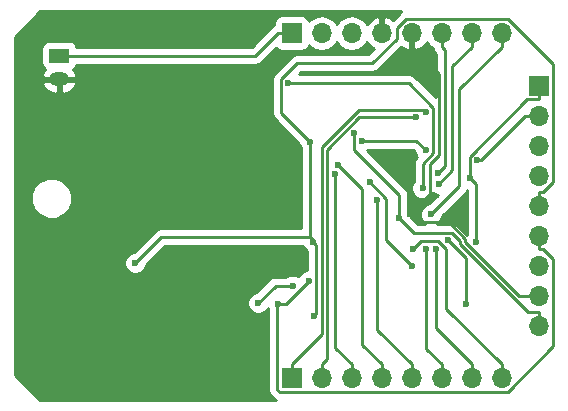
<source format=gbl>
G04 #@! TF.FileFunction,Copper,L2,Bot,Signal*
%FSLAX46Y46*%
G04 Gerber Fmt 4.6, Leading zero omitted, Abs format (unit mm)*
G04 Created by KiCad (PCBNEW 4.0.7-e2-6376~58~ubuntu17.04.1) date Wed Oct  4 11:26:47 2017*
%MOMM*%
%LPD*%
G01*
G04 APERTURE LIST*
%ADD10C,0.100000*%
%ADD11R,1.700000X1.700000*%
%ADD12O,1.700000X1.700000*%
%ADD13R,1.700000X1.200000*%
%ADD14O,1.700000X1.200000*%
%ADD15C,0.600000*%
%ADD16C,0.250000*%
%ADD17C,0.254000*%
G04 APERTURE END LIST*
D10*
D11*
X170180000Y-109220000D03*
D12*
X172720000Y-109220000D03*
X175260000Y-109220000D03*
X177800000Y-109220000D03*
X180340000Y-109220000D03*
X182880000Y-109220000D03*
X185420000Y-109220000D03*
X187960000Y-109220000D03*
D11*
X170180000Y-80010000D03*
D12*
X172720000Y-80010000D03*
X175260000Y-80010000D03*
X177800000Y-80010000D03*
X180340000Y-80010000D03*
X182880000Y-80010000D03*
X185420000Y-80010000D03*
X187960000Y-80010000D03*
D13*
X150495000Y-81915000D03*
D14*
X150495000Y-83915000D03*
D11*
X191135000Y-84455000D03*
D12*
X191135000Y-86995000D03*
X191135000Y-89535000D03*
X191135000Y-92075000D03*
X191135000Y-94615000D03*
X191135000Y-97155000D03*
X191135000Y-99695000D03*
X191135000Y-102235000D03*
X191135000Y-104775000D03*
D15*
X180240100Y-95339800D03*
X181260300Y-93140600D03*
X169907100Y-84241800D03*
X185269900Y-92298800D03*
X185795000Y-97700300D03*
X181549800Y-86682300D03*
X180739900Y-87151400D03*
X173866300Y-91975800D03*
X174142900Y-91153800D03*
X177414100Y-94124200D03*
X181562600Y-98262500D03*
X182368500Y-98296400D03*
X182537600Y-91850600D03*
X182651700Y-92767100D03*
X185907200Y-90747200D03*
X171764000Y-89251300D03*
X171998300Y-97699400D03*
X156938800Y-99479100D03*
X172104900Y-103953300D03*
X170256600Y-101389000D03*
X167342700Y-102861500D03*
X169048000Y-102949900D03*
X171638900Y-100977800D03*
X180356400Y-99708600D03*
X176777600Y-92591700D03*
X184938000Y-102981700D03*
X183454900Y-97554800D03*
X180449300Y-98285500D03*
X181978700Y-95366100D03*
X176096800Y-89115500D03*
X181523900Y-89910000D03*
X179305000Y-95656000D03*
X175469100Y-88490200D03*
D16*
X180340000Y-80010000D02*
X180340000Y-81185300D01*
X181912300Y-93667600D02*
X180240100Y-95339800D01*
X181912300Y-91080300D02*
X181912300Y-93667600D01*
X182637700Y-90354900D02*
X181912300Y-91080300D01*
X182637700Y-83483000D02*
X182637700Y-90354900D01*
X180340000Y-81185300D02*
X182637700Y-83483000D01*
X189445400Y-102235000D02*
X191135000Y-102235000D01*
X184895100Y-97684700D02*
X189445400Y-102235000D01*
X184895100Y-97411300D02*
X184895100Y-97684700D01*
X183512600Y-96028800D02*
X184895100Y-97411300D01*
X180929100Y-96028800D02*
X183512600Y-96028800D01*
X180240100Y-95339800D02*
X180929100Y-96028800D01*
X181260300Y-91095400D02*
X181260300Y-93140600D01*
X182187400Y-90168300D02*
X181260300Y-91095400D01*
X182187400Y-86329800D02*
X182187400Y-90168300D01*
X180099400Y-84241800D02*
X182187400Y-86329800D01*
X169907100Y-84241800D02*
X180099400Y-84241800D01*
X191135000Y-84455000D02*
X191135000Y-85630300D01*
X185269900Y-90467000D02*
X185269900Y-92298800D01*
X190106600Y-85630300D02*
X185269900Y-90467000D01*
X191135000Y-85630300D02*
X190106600Y-85630300D01*
X185795000Y-92823900D02*
X185795000Y-97700300D01*
X185269900Y-92298800D02*
X185795000Y-92823900D01*
X167099700Y-81915000D02*
X169004700Y-80010000D01*
X150495000Y-81915000D02*
X167099700Y-81915000D01*
X170180000Y-80010000D02*
X169004700Y-80010000D01*
X172743600Y-105481100D02*
X170180000Y-108044700D01*
X172743600Y-89691200D02*
X172743600Y-105481100D01*
X175917000Y-86517800D02*
X172743600Y-89691200D01*
X181385300Y-86517800D02*
X175917000Y-86517800D01*
X181549800Y-86682300D02*
X181385300Y-86517800D01*
X170180000Y-109220000D02*
X170180000Y-108044700D01*
X173194100Y-107570600D02*
X172720000Y-108044700D01*
X173194100Y-89879200D02*
X173194100Y-107570600D01*
X175921900Y-87151400D02*
X173194100Y-89879200D01*
X180739900Y-87151400D02*
X175921900Y-87151400D01*
X172720000Y-109220000D02*
X172720000Y-108044700D01*
X175260000Y-109220000D02*
X175260000Y-108044700D01*
X173866300Y-106651000D02*
X173866300Y-91975800D01*
X175260000Y-108044700D02*
X173866300Y-106651000D01*
X177800000Y-109220000D02*
X177800000Y-108044700D01*
X176174400Y-93185300D02*
X174142900Y-91153800D01*
X176174400Y-106419100D02*
X176174400Y-93185300D01*
X177800000Y-108044700D02*
X176174400Y-106419100D01*
X180340000Y-109220000D02*
X180340000Y-108044700D01*
X177414100Y-105118800D02*
X177414100Y-94124200D01*
X180340000Y-108044700D02*
X177414100Y-105118800D01*
X182880000Y-109220000D02*
X182880000Y-108044700D01*
X181562600Y-106727300D02*
X181562600Y-98262500D01*
X182880000Y-108044700D02*
X181562600Y-106727300D01*
X182368500Y-104993200D02*
X182368500Y-98296400D01*
X185420000Y-108044700D02*
X182368500Y-104993200D01*
X185420000Y-109220000D02*
X185420000Y-108044700D01*
X182880000Y-80010000D02*
X182880000Y-81185300D01*
X183132700Y-91255500D02*
X182537600Y-91850600D01*
X183132700Y-81438000D02*
X183132700Y-91255500D01*
X182880000Y-81185300D02*
X183132700Y-81438000D01*
X185420000Y-80010000D02*
X185420000Y-81185300D01*
X183780600Y-82824700D02*
X185420000Y-81185300D01*
X183780600Y-91638200D02*
X183780600Y-82824700D01*
X182651700Y-92767100D02*
X183780600Y-91638200D01*
X191135000Y-86995000D02*
X189959700Y-86995000D01*
X186207500Y-90747200D02*
X185907200Y-90747200D01*
X189959700Y-86995000D02*
X186207500Y-90747200D01*
X191135000Y-94615000D02*
X191135000Y-93439700D01*
X169271000Y-86758300D02*
X171764000Y-89251300D01*
X169271000Y-83916700D02*
X169271000Y-86758300D01*
X170629500Y-82558200D02*
X169271000Y-83916700D01*
X176985700Y-82558200D02*
X170629500Y-82558200D01*
X179070000Y-80473900D02*
X176985700Y-82558200D01*
X179070000Y-79608700D02*
X179070000Y-80473900D01*
X179867100Y-78811600D02*
X179070000Y-79608700D01*
X188474800Y-78811600D02*
X179867100Y-78811600D01*
X192310400Y-82647200D02*
X188474800Y-78811600D01*
X192310400Y-92631600D02*
X192310400Y-82647200D01*
X191502300Y-93439700D02*
X192310400Y-92631600D01*
X191135000Y-93439700D02*
X191502300Y-93439700D01*
X171764000Y-89251300D02*
X171764000Y-97290000D01*
X159127900Y-97290000D02*
X156938800Y-99479100D01*
X171764000Y-97290000D02*
X159127900Y-97290000D01*
X171998300Y-97524300D02*
X171998300Y-97699400D01*
X171764000Y-97290000D02*
X171998300Y-97524300D01*
X172264300Y-103793900D02*
X172104900Y-103953300D01*
X172264300Y-97965400D02*
X172264300Y-103793900D01*
X171998300Y-97699400D02*
X172264300Y-97965400D01*
X168815200Y-101389000D02*
X170256600Y-101389000D01*
X167342700Y-102861500D02*
X168815200Y-101389000D01*
X191135000Y-97155000D02*
X191135000Y-98330300D01*
X168976600Y-103021300D02*
X169048000Y-102949900D01*
X168976600Y-110193300D02*
X168976600Y-103021300D01*
X169178700Y-110395400D02*
X168976600Y-110193300D01*
X188461500Y-110395400D02*
X169178700Y-110395400D01*
X192348000Y-106508900D02*
X188461500Y-110395400D01*
X192348000Y-99176000D02*
X192348000Y-106508900D01*
X191502300Y-98330300D02*
X192348000Y-99176000D01*
X191135000Y-98330300D02*
X191502300Y-98330300D01*
X169666800Y-102949900D02*
X171638900Y-100977800D01*
X169048000Y-102949900D02*
X169666800Y-102949900D01*
X178200300Y-94014400D02*
X176777600Y-92591700D01*
X178200300Y-97552500D02*
X178200300Y-94014400D01*
X180356400Y-99708600D02*
X178200300Y-97552500D01*
X184938000Y-99037900D02*
X183454900Y-97554800D01*
X184938000Y-102981700D02*
X184938000Y-99037900D01*
X187960000Y-109220000D02*
X187960000Y-108044700D01*
X181103300Y-97631500D02*
X180449300Y-98285500D01*
X182598400Y-97631500D02*
X181103300Y-97631500D01*
X183245400Y-98278500D02*
X182598400Y-97631500D01*
X183245400Y-103330100D02*
X183245400Y-98278500D01*
X187960000Y-108044700D02*
X183245400Y-103330100D01*
X187960000Y-80010000D02*
X187960000Y-81185300D01*
X184374000Y-92970800D02*
X181978700Y-95366100D01*
X184374000Y-84771300D02*
X184374000Y-92970800D01*
X187960000Y-81185300D02*
X184374000Y-84771300D01*
X180729400Y-89115500D02*
X176096800Y-89115500D01*
X181523900Y-89910000D02*
X180729400Y-89115500D01*
X191135000Y-104775000D02*
X191135000Y-103599700D01*
X190173200Y-103599700D02*
X191135000Y-103599700D01*
X184444800Y-97871300D02*
X190173200Y-103599700D01*
X184444800Y-97598000D02*
X184444800Y-97871300D01*
X183776300Y-96929500D02*
X184444800Y-97598000D01*
X180578500Y-96929500D02*
X183776300Y-96929500D01*
X179305000Y-95656000D02*
X180578500Y-96929500D01*
X175469100Y-89891600D02*
X175469100Y-88490200D01*
X179305000Y-93727500D02*
X175469100Y-89891600D01*
X179305000Y-95656000D02*
X179305000Y-93727500D01*
D17*
G36*
X179329699Y-78274199D02*
X178723160Y-78880738D01*
X178566924Y-78738355D01*
X178156890Y-78568524D01*
X177927000Y-78689845D01*
X177927000Y-79883000D01*
X177947000Y-79883000D01*
X177947000Y-80137000D01*
X177927000Y-80137000D01*
X177927000Y-80157000D01*
X177673000Y-80157000D01*
X177673000Y-80137000D01*
X177653000Y-80137000D01*
X177653000Y-79883000D01*
X177673000Y-79883000D01*
X177673000Y-78689845D01*
X177443110Y-78568524D01*
X177033076Y-78738355D01*
X176604817Y-79128642D01*
X176537702Y-79271553D01*
X176310054Y-78930853D01*
X175828285Y-78608946D01*
X175260000Y-78495907D01*
X174691715Y-78608946D01*
X174209946Y-78930853D01*
X173990000Y-79260026D01*
X173770054Y-78930853D01*
X173288285Y-78608946D01*
X172720000Y-78495907D01*
X172151715Y-78608946D01*
X171669946Y-78930853D01*
X171642150Y-78972452D01*
X171633162Y-78924683D01*
X171494090Y-78708559D01*
X171281890Y-78563569D01*
X171030000Y-78512560D01*
X169330000Y-78512560D01*
X169094683Y-78556838D01*
X168878559Y-78695910D01*
X168733569Y-78908110D01*
X168682560Y-79160000D01*
X168682560Y-79328767D01*
X168467299Y-79472599D01*
X166784898Y-81155000D01*
X151962334Y-81155000D01*
X151948162Y-81079683D01*
X151809090Y-80863559D01*
X151596890Y-80718569D01*
X151345000Y-80667560D01*
X149645000Y-80667560D01*
X149409683Y-80711838D01*
X149193559Y-80850910D01*
X149048569Y-81063110D01*
X148997560Y-81315000D01*
X148997560Y-82515000D01*
X149041838Y-82750317D01*
X149180910Y-82966441D01*
X149333309Y-83070571D01*
X149313067Y-83085875D01*
X149066714Y-83505624D01*
X149051538Y-83597391D01*
X149176269Y-83788000D01*
X150368000Y-83788000D01*
X150368000Y-83768000D01*
X150622000Y-83768000D01*
X150622000Y-83788000D01*
X151813731Y-83788000D01*
X151938462Y-83597391D01*
X151923286Y-83505624D01*
X151676933Y-83085875D01*
X151655580Y-83069731D01*
X151796441Y-82979090D01*
X151941431Y-82766890D01*
X151960039Y-82675000D01*
X167099700Y-82675000D01*
X167390539Y-82617148D01*
X167637101Y-82452401D01*
X168831514Y-81257988D01*
X168865910Y-81311441D01*
X169078110Y-81456431D01*
X169330000Y-81507440D01*
X171030000Y-81507440D01*
X171265317Y-81463162D01*
X171481441Y-81324090D01*
X171626431Y-81111890D01*
X171640086Y-81044459D01*
X171669946Y-81089147D01*
X172151715Y-81411054D01*
X172720000Y-81524093D01*
X173288285Y-81411054D01*
X173770054Y-81089147D01*
X173990000Y-80759974D01*
X174209946Y-81089147D01*
X174691715Y-81411054D01*
X175260000Y-81524093D01*
X175828285Y-81411054D01*
X176310054Y-81089147D01*
X176537702Y-80748447D01*
X176604817Y-80891358D01*
X177033076Y-81281645D01*
X177142239Y-81326859D01*
X176670898Y-81798200D01*
X170629500Y-81798200D01*
X170338661Y-81856052D01*
X170092099Y-82020799D01*
X168733599Y-83379299D01*
X168568852Y-83625861D01*
X168511000Y-83916700D01*
X168511000Y-86758300D01*
X168568852Y-87049139D01*
X168733599Y-87295701D01*
X170828878Y-89390980D01*
X170828838Y-89436467D01*
X170970883Y-89780243D01*
X171004000Y-89813418D01*
X171004000Y-96530000D01*
X159127900Y-96530000D01*
X158837061Y-96587852D01*
X158590499Y-96752599D01*
X156799120Y-98543978D01*
X156753633Y-98543938D01*
X156409857Y-98685983D01*
X156146608Y-98948773D01*
X156003962Y-99292301D01*
X156003638Y-99664267D01*
X156145683Y-100008043D01*
X156408473Y-100271292D01*
X156752001Y-100413938D01*
X157123967Y-100414262D01*
X157467743Y-100272217D01*
X157730992Y-100009427D01*
X157873638Y-99665899D01*
X157873679Y-99619023D01*
X159442702Y-98050000D01*
X171131493Y-98050000D01*
X171205183Y-98228343D01*
X171467973Y-98491592D01*
X171504300Y-98506676D01*
X171504300Y-100042682D01*
X171453733Y-100042638D01*
X171109957Y-100184683D01*
X170846708Y-100447473D01*
X170785026Y-100596019D01*
X170443399Y-100454162D01*
X170071433Y-100453838D01*
X169727657Y-100595883D01*
X169694482Y-100629000D01*
X168815200Y-100629000D01*
X168572614Y-100677254D01*
X168524360Y-100686852D01*
X168277799Y-100851599D01*
X167203020Y-101926378D01*
X167157533Y-101926338D01*
X166813757Y-102068383D01*
X166550508Y-102331173D01*
X166407862Y-102674701D01*
X166407538Y-103046667D01*
X166549583Y-103390443D01*
X166812373Y-103653692D01*
X167155901Y-103796338D01*
X167527867Y-103796662D01*
X167871643Y-103654617D01*
X168134892Y-103391827D01*
X168177014Y-103290386D01*
X168216600Y-103386191D01*
X168216600Y-110193300D01*
X168274452Y-110484139D01*
X168439199Y-110730701D01*
X168641299Y-110932801D01*
X168816700Y-111050000D01*
X148884091Y-111050000D01*
X146760000Y-108925908D01*
X146760000Y-94323599D01*
X148124699Y-94323599D01*
X148388281Y-94961515D01*
X148875918Y-95450004D01*
X149513373Y-95714699D01*
X150203599Y-95715301D01*
X150841515Y-95451719D01*
X151330004Y-94964082D01*
X151594699Y-94326627D01*
X151595301Y-93636401D01*
X151331719Y-92998485D01*
X150844082Y-92509996D01*
X150206627Y-92245301D01*
X149516401Y-92244699D01*
X148878485Y-92508281D01*
X148389996Y-92995918D01*
X148125301Y-93633373D01*
X148124699Y-94323599D01*
X146760000Y-94323599D01*
X146760000Y-84232609D01*
X149051538Y-84232609D01*
X149066714Y-84324376D01*
X149313067Y-84744125D01*
X149701299Y-85037647D01*
X150172304Y-85160256D01*
X150368000Y-84997547D01*
X150368000Y-84042000D01*
X150622000Y-84042000D01*
X150622000Y-84997547D01*
X150817696Y-85160256D01*
X151288701Y-85037647D01*
X151676933Y-84744125D01*
X151923286Y-84324376D01*
X151938462Y-84232609D01*
X151813731Y-84042000D01*
X150622000Y-84042000D01*
X150368000Y-84042000D01*
X149176269Y-84042000D01*
X149051538Y-84232609D01*
X146760000Y-84232609D01*
X146760000Y-80304092D01*
X148884091Y-78180000D01*
X179470678Y-78180000D01*
X179329699Y-78274199D01*
X179329699Y-78274199D01*
G37*
X179329699Y-78274199D02*
X178723160Y-78880738D01*
X178566924Y-78738355D01*
X178156890Y-78568524D01*
X177927000Y-78689845D01*
X177927000Y-79883000D01*
X177947000Y-79883000D01*
X177947000Y-80137000D01*
X177927000Y-80137000D01*
X177927000Y-80157000D01*
X177673000Y-80157000D01*
X177673000Y-80137000D01*
X177653000Y-80137000D01*
X177653000Y-79883000D01*
X177673000Y-79883000D01*
X177673000Y-78689845D01*
X177443110Y-78568524D01*
X177033076Y-78738355D01*
X176604817Y-79128642D01*
X176537702Y-79271553D01*
X176310054Y-78930853D01*
X175828285Y-78608946D01*
X175260000Y-78495907D01*
X174691715Y-78608946D01*
X174209946Y-78930853D01*
X173990000Y-79260026D01*
X173770054Y-78930853D01*
X173288285Y-78608946D01*
X172720000Y-78495907D01*
X172151715Y-78608946D01*
X171669946Y-78930853D01*
X171642150Y-78972452D01*
X171633162Y-78924683D01*
X171494090Y-78708559D01*
X171281890Y-78563569D01*
X171030000Y-78512560D01*
X169330000Y-78512560D01*
X169094683Y-78556838D01*
X168878559Y-78695910D01*
X168733569Y-78908110D01*
X168682560Y-79160000D01*
X168682560Y-79328767D01*
X168467299Y-79472599D01*
X166784898Y-81155000D01*
X151962334Y-81155000D01*
X151948162Y-81079683D01*
X151809090Y-80863559D01*
X151596890Y-80718569D01*
X151345000Y-80667560D01*
X149645000Y-80667560D01*
X149409683Y-80711838D01*
X149193559Y-80850910D01*
X149048569Y-81063110D01*
X148997560Y-81315000D01*
X148997560Y-82515000D01*
X149041838Y-82750317D01*
X149180910Y-82966441D01*
X149333309Y-83070571D01*
X149313067Y-83085875D01*
X149066714Y-83505624D01*
X149051538Y-83597391D01*
X149176269Y-83788000D01*
X150368000Y-83788000D01*
X150368000Y-83768000D01*
X150622000Y-83768000D01*
X150622000Y-83788000D01*
X151813731Y-83788000D01*
X151938462Y-83597391D01*
X151923286Y-83505624D01*
X151676933Y-83085875D01*
X151655580Y-83069731D01*
X151796441Y-82979090D01*
X151941431Y-82766890D01*
X151960039Y-82675000D01*
X167099700Y-82675000D01*
X167390539Y-82617148D01*
X167637101Y-82452401D01*
X168831514Y-81257988D01*
X168865910Y-81311441D01*
X169078110Y-81456431D01*
X169330000Y-81507440D01*
X171030000Y-81507440D01*
X171265317Y-81463162D01*
X171481441Y-81324090D01*
X171626431Y-81111890D01*
X171640086Y-81044459D01*
X171669946Y-81089147D01*
X172151715Y-81411054D01*
X172720000Y-81524093D01*
X173288285Y-81411054D01*
X173770054Y-81089147D01*
X173990000Y-80759974D01*
X174209946Y-81089147D01*
X174691715Y-81411054D01*
X175260000Y-81524093D01*
X175828285Y-81411054D01*
X176310054Y-81089147D01*
X176537702Y-80748447D01*
X176604817Y-80891358D01*
X177033076Y-81281645D01*
X177142239Y-81326859D01*
X176670898Y-81798200D01*
X170629500Y-81798200D01*
X170338661Y-81856052D01*
X170092099Y-82020799D01*
X168733599Y-83379299D01*
X168568852Y-83625861D01*
X168511000Y-83916700D01*
X168511000Y-86758300D01*
X168568852Y-87049139D01*
X168733599Y-87295701D01*
X170828878Y-89390980D01*
X170828838Y-89436467D01*
X170970883Y-89780243D01*
X171004000Y-89813418D01*
X171004000Y-96530000D01*
X159127900Y-96530000D01*
X158837061Y-96587852D01*
X158590499Y-96752599D01*
X156799120Y-98543978D01*
X156753633Y-98543938D01*
X156409857Y-98685983D01*
X156146608Y-98948773D01*
X156003962Y-99292301D01*
X156003638Y-99664267D01*
X156145683Y-100008043D01*
X156408473Y-100271292D01*
X156752001Y-100413938D01*
X157123967Y-100414262D01*
X157467743Y-100272217D01*
X157730992Y-100009427D01*
X157873638Y-99665899D01*
X157873679Y-99619023D01*
X159442702Y-98050000D01*
X171131493Y-98050000D01*
X171205183Y-98228343D01*
X171467973Y-98491592D01*
X171504300Y-98506676D01*
X171504300Y-100042682D01*
X171453733Y-100042638D01*
X171109957Y-100184683D01*
X170846708Y-100447473D01*
X170785026Y-100596019D01*
X170443399Y-100454162D01*
X170071433Y-100453838D01*
X169727657Y-100595883D01*
X169694482Y-100629000D01*
X168815200Y-100629000D01*
X168572614Y-100677254D01*
X168524360Y-100686852D01*
X168277799Y-100851599D01*
X167203020Y-101926378D01*
X167157533Y-101926338D01*
X166813757Y-102068383D01*
X166550508Y-102331173D01*
X166407862Y-102674701D01*
X166407538Y-103046667D01*
X166549583Y-103390443D01*
X166812373Y-103653692D01*
X167155901Y-103796338D01*
X167527867Y-103796662D01*
X167871643Y-103654617D01*
X168134892Y-103391827D01*
X168177014Y-103290386D01*
X168216600Y-103386191D01*
X168216600Y-110193300D01*
X168274452Y-110484139D01*
X168439199Y-110730701D01*
X168641299Y-110932801D01*
X168816700Y-111050000D01*
X148884091Y-111050000D01*
X146760000Y-108925908D01*
X146760000Y-94323599D01*
X148124699Y-94323599D01*
X148388281Y-94961515D01*
X148875918Y-95450004D01*
X149513373Y-95714699D01*
X150203599Y-95715301D01*
X150841515Y-95451719D01*
X151330004Y-94964082D01*
X151594699Y-94326627D01*
X151595301Y-93636401D01*
X151331719Y-92998485D01*
X150844082Y-92509996D01*
X150206627Y-92245301D01*
X149516401Y-92244699D01*
X148878485Y-92508281D01*
X148389996Y-92995918D01*
X148125301Y-93633373D01*
X148124699Y-94323599D01*
X146760000Y-94323599D01*
X146760000Y-84232609D01*
X149051538Y-84232609D01*
X149066714Y-84324376D01*
X149313067Y-84744125D01*
X149701299Y-85037647D01*
X150172304Y-85160256D01*
X150368000Y-84997547D01*
X150368000Y-84042000D01*
X150622000Y-84042000D01*
X150622000Y-84997547D01*
X150817696Y-85160256D01*
X151288701Y-85037647D01*
X151676933Y-84744125D01*
X151923286Y-84324376D01*
X151938462Y-84232609D01*
X151813731Y-84042000D01*
X150622000Y-84042000D01*
X150368000Y-84042000D01*
X149176269Y-84042000D01*
X149051538Y-84232609D01*
X146760000Y-84232609D01*
X146760000Y-80304092D01*
X148884091Y-78180000D01*
X179470678Y-78180000D01*
X179329699Y-78274199D01*
G36*
X191262000Y-102108000D02*
X191282000Y-102108000D01*
X191282000Y-102362000D01*
X191262000Y-102362000D01*
X191262000Y-102382000D01*
X191008000Y-102382000D01*
X191008000Y-102362000D01*
X190988000Y-102362000D01*
X190988000Y-102108000D01*
X191008000Y-102108000D01*
X191008000Y-102088000D01*
X191262000Y-102088000D01*
X191262000Y-102108000D01*
X191262000Y-102108000D01*
G37*
X191262000Y-102108000D02*
X191282000Y-102108000D01*
X191282000Y-102362000D01*
X191262000Y-102362000D01*
X191262000Y-102382000D01*
X191008000Y-102382000D01*
X191008000Y-102362000D01*
X190988000Y-102362000D01*
X190988000Y-102108000D01*
X191008000Y-102108000D01*
X191008000Y-102088000D01*
X191262000Y-102088000D01*
X191262000Y-102108000D01*
G36*
X185035000Y-97137837D02*
X185034286Y-97138550D01*
X184982201Y-97060599D01*
X184313701Y-96392099D01*
X184067139Y-96227352D01*
X183776300Y-96169500D01*
X182482756Y-96169500D01*
X182507643Y-96159217D01*
X182770892Y-95896427D01*
X182913538Y-95552899D01*
X182913579Y-95506023D01*
X184911401Y-93508201D01*
X185035000Y-93323222D01*
X185035000Y-97137837D01*
X185035000Y-97137837D01*
G37*
X185035000Y-97137837D02*
X185034286Y-97138550D01*
X184982201Y-97060599D01*
X184313701Y-96392099D01*
X184067139Y-96227352D01*
X183776300Y-96169500D01*
X182482756Y-96169500D01*
X182507643Y-96159217D01*
X182770892Y-95896427D01*
X182913538Y-95552899D01*
X182913579Y-95506023D01*
X184911401Y-93508201D01*
X185035000Y-93323222D01*
X185035000Y-97137837D01*
G36*
X180588778Y-90049680D02*
X180588738Y-90095167D01*
X180730783Y-90438943D01*
X180786320Y-90494578D01*
X180722899Y-90557999D01*
X180558152Y-90804561D01*
X180500300Y-91095400D01*
X180500300Y-92578137D01*
X180468108Y-92610273D01*
X180325462Y-92953801D01*
X180325138Y-93325767D01*
X180467183Y-93669543D01*
X180729973Y-93932792D01*
X181073501Y-94075438D01*
X181445467Y-94075762D01*
X181789243Y-93933717D01*
X182052492Y-93670927D01*
X182105464Y-93543356D01*
X182121373Y-93559292D01*
X182464901Y-93701938D01*
X182567970Y-93702028D01*
X181839020Y-94430978D01*
X181793533Y-94430938D01*
X181449757Y-94572983D01*
X181186508Y-94835773D01*
X181043862Y-95179301D01*
X181043538Y-95551267D01*
X181185583Y-95895043D01*
X181448373Y-96158292D01*
X181475365Y-96169500D01*
X180893302Y-96169500D01*
X180240122Y-95516320D01*
X180240162Y-95470833D01*
X180098117Y-95127057D01*
X180065000Y-95093882D01*
X180065000Y-93727500D01*
X180007148Y-93436661D01*
X179842401Y-93190099D01*
X176579872Y-89927570D01*
X176625743Y-89908617D01*
X176658918Y-89875500D01*
X180414598Y-89875500D01*
X180588778Y-90049680D01*
X180588778Y-90049680D01*
G37*
X180588778Y-90049680D02*
X180588738Y-90095167D01*
X180730783Y-90438943D01*
X180786320Y-90494578D01*
X180722899Y-90557999D01*
X180558152Y-90804561D01*
X180500300Y-91095400D01*
X180500300Y-92578137D01*
X180468108Y-92610273D01*
X180325462Y-92953801D01*
X180325138Y-93325767D01*
X180467183Y-93669543D01*
X180729973Y-93932792D01*
X181073501Y-94075438D01*
X181445467Y-94075762D01*
X181789243Y-93933717D01*
X182052492Y-93670927D01*
X182105464Y-93543356D01*
X182121373Y-93559292D01*
X182464901Y-93701938D01*
X182567970Y-93702028D01*
X181839020Y-94430978D01*
X181793533Y-94430938D01*
X181449757Y-94572983D01*
X181186508Y-94835773D01*
X181043862Y-95179301D01*
X181043538Y-95551267D01*
X181185583Y-95895043D01*
X181448373Y-96158292D01*
X181475365Y-96169500D01*
X180893302Y-96169500D01*
X180240122Y-95516320D01*
X180240162Y-95470833D01*
X180098117Y-95127057D01*
X180065000Y-95093882D01*
X180065000Y-93727500D01*
X180007148Y-93436661D01*
X179842401Y-93190099D01*
X176579872Y-89927570D01*
X176625743Y-89908617D01*
X176658918Y-89875500D01*
X180414598Y-89875500D01*
X180588778Y-90049680D01*
G36*
X180467000Y-79883000D02*
X180487000Y-79883000D01*
X180487000Y-80137000D01*
X180467000Y-80137000D01*
X180467000Y-81330155D01*
X180696890Y-81451476D01*
X181106924Y-81281645D01*
X181535183Y-80891358D01*
X181602298Y-80748447D01*
X181829946Y-81089147D01*
X182142402Y-81297923D01*
X182177852Y-81476139D01*
X182342599Y-81722701D01*
X182372700Y-81752802D01*
X182372700Y-85440298D01*
X180636801Y-83704399D01*
X180390239Y-83539652D01*
X180099400Y-83481800D01*
X170780702Y-83481800D01*
X170944302Y-83318200D01*
X176985700Y-83318200D01*
X177276539Y-83260348D01*
X177523101Y-83095601D01*
X179449592Y-81169110D01*
X179573076Y-81281645D01*
X179983110Y-81451476D01*
X180213000Y-81330155D01*
X180213000Y-80137000D01*
X180193000Y-80137000D01*
X180193000Y-79883000D01*
X180213000Y-79883000D01*
X180213000Y-79863000D01*
X180467000Y-79863000D01*
X180467000Y-79883000D01*
X180467000Y-79883000D01*
G37*
X180467000Y-79883000D02*
X180487000Y-79883000D01*
X180487000Y-80137000D01*
X180467000Y-80137000D01*
X180467000Y-81330155D01*
X180696890Y-81451476D01*
X181106924Y-81281645D01*
X181535183Y-80891358D01*
X181602298Y-80748447D01*
X181829946Y-81089147D01*
X182142402Y-81297923D01*
X182177852Y-81476139D01*
X182342599Y-81722701D01*
X182372700Y-81752802D01*
X182372700Y-85440298D01*
X180636801Y-83704399D01*
X180390239Y-83539652D01*
X180099400Y-83481800D01*
X170780702Y-83481800D01*
X170944302Y-83318200D01*
X176985700Y-83318200D01*
X177276539Y-83260348D01*
X177523101Y-83095601D01*
X179449592Y-81169110D01*
X179573076Y-81281645D01*
X179983110Y-81451476D01*
X180213000Y-81330155D01*
X180213000Y-80137000D01*
X180193000Y-80137000D01*
X180193000Y-79883000D01*
X180213000Y-79883000D01*
X180213000Y-79863000D01*
X180467000Y-79863000D01*
X180467000Y-79883000D01*
M02*

</source>
